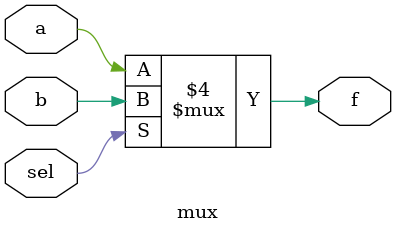
<source format=v>
module mux(input a, input b, input sel, output reg f);

always @ (sel or a or b) 
begin:MUX
  if (sel == 1'b0) begin
    f = a;
  end else begin 
    f = b;
  end
end

endmodule


</source>
